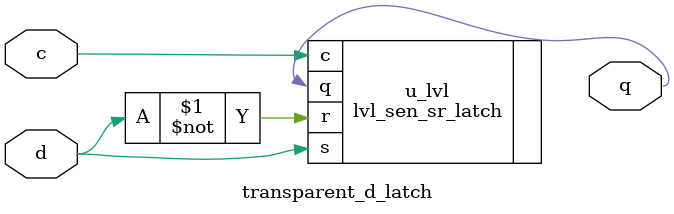
<source format=sv>
`timescale 1ns / 1ps
module transparent_d_latch (output logic q, input logic d, input logic c);

	// add code here
	lvl_sen_sr_latch u_lvl(.c,.r(~d),.s(d),.q);
endmodule

</source>
